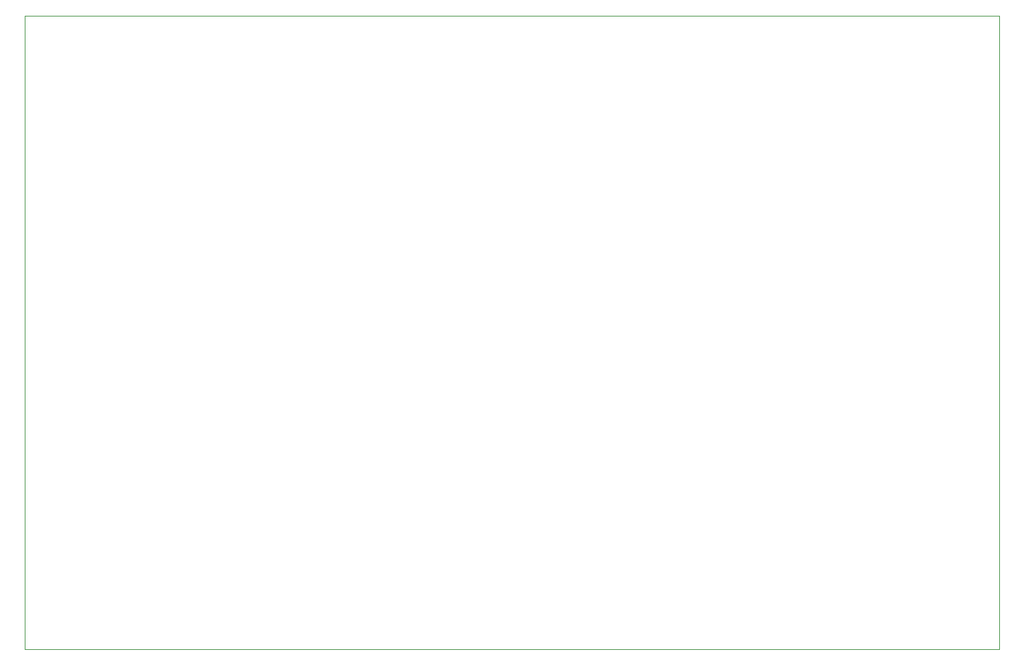
<source format=gm1>
%TF.GenerationSoftware,KiCad,Pcbnew,9.0.3*%
%TF.CreationDate,2025-08-29T14:27:29-04:00*%
%TF.ProjectId,Simple_LFLNA_RevA,53696d70-6c65-45f4-9c46-4c4e415f5265,rev?*%
%TF.SameCoordinates,Original*%
%TF.FileFunction,Profile,NP*%
%FSLAX46Y46*%
G04 Gerber Fmt 4.6, Leading zero omitted, Abs format (unit mm)*
G04 Created by KiCad (PCBNEW 9.0.3) date 2025-08-29 14:27:29*
%MOMM*%
%LPD*%
G01*
G04 APERTURE LIST*
%TA.AperFunction,Profile*%
%ADD10C,0.050000*%
%TD*%
G04 APERTURE END LIST*
D10*
X30836206Y-71679869D02*
X150836206Y-71679869D01*
X150836206Y-149679869D01*
X30836206Y-149679869D01*
X30836206Y-71679869D01*
M02*

</source>
